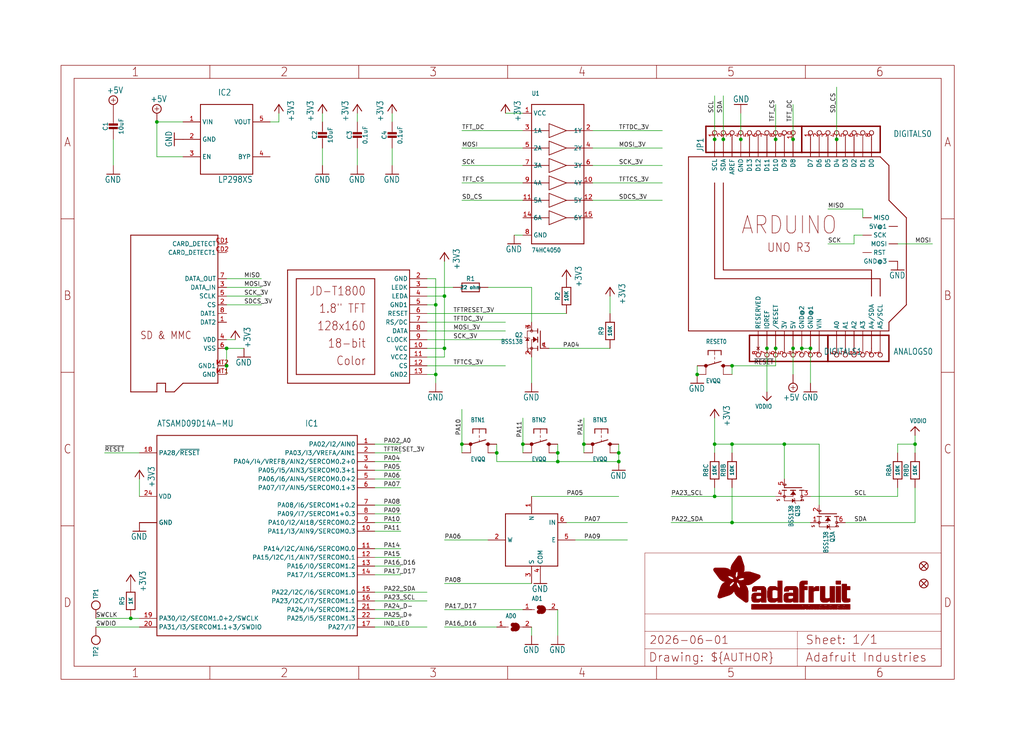
<source format=kicad_sch>
(kicad_sch (version 20230121) (generator eeschema)
  (paper "User" 298.45 217.322)
  (lib_symbols
    (symbol "working-eagle-import:+3V3" (power)
      (property "Value" "+3V3" (at -2.54 -5.08 90))
      (symbol "+3V3_1_0"
        (pin power_in line (at 0 -2.54 90) (length 2.54) (name "+3V3") (number "1"))
      )
    )
    (symbol "working-eagle-import:+5V" (power)
      (property "Value" "+5V" (at -1.905 3.175 0))
      (symbol "+5V_1_0"
        (pin power_in line (at 0 -2.54 90) (length 2.54) (name "+5V") (number "1"))
      )
    )
    (symbol "working-eagle-import:74HC4050DTSSOP"
      (property "Reference" "U" (at -7.62 22.86 0))
      (symbol "74HC4050DTSSOP_1_0"
        (pin bidirectional line (at -10.16 17.78 0) (length 2.54) (name "VCC") (number "1"))
        (pin bidirectional line (at 10.16 -2.54 180) (length 2.54) (name "4Y") (number "10"))
        (pin bidirectional line (at -10.16 -7.62 0) (length 2.54) (name "5A") (number "11"))
        (pin bidirectional line (at 10.16 -7.62 180) (length 2.54) (name "5Y") (number "12"))
        (pin bidirectional line (at -10.16 -12.7 0) (length 2.54) (name "6A") (number "14"))
        (pin bidirectional line (at 10.16 -12.7 180) (length 2.54) (name "6Y") (number "15"))
        (pin bidirectional line (at 10.16 12.7 180) (length 2.54) (name "1Y") (number "2"))
        (pin bidirectional line (at -10.16 12.7 0) (length 2.54) (name "1A") (number "3"))
        (pin bidirectional line (at 10.16 7.62 180) (length 2.54) (name "2Y") (number "4"))
        (pin bidirectional line (at -10.16 7.62 0) (length 2.54) (name "2A") (number "5"))
        (pin bidirectional line (at 10.16 2.54 180) (length 2.54) (name "3Y") (number "6"))
        (pin bidirectional line (at -10.16 2.54 0) (length 2.54) (name "3A") (number "7"))
        (pin bidirectional line (at -10.16 -17.78 0) (length 2.54) (name "GND") (number "8"))
        (pin bidirectional line (at -10.16 -2.54 0) (length 2.54) (name "4A") (number "9"))
      )
    )
    (symbol "working-eagle-import:ARDUINO_R3_ICSP"
      (symbol "ARDUINO_R3_ICSP_1_0"
        (text "ARDUINO" (at 15.24 27.94 0) (effects (font (size 5.08 4.318)) (justify left bottom)))
        (text "UNO R3" (at 22.86 22.86 0) (effects (font (size 2.54 2.159)) (justify left bottom)))
        (pin power_in line (at 27.94 -5.08 90) (length 5.08) (name "3V") (number "3V"))
        (pin power_in line (at 30.48 -5.08 90) (length 5.08) (name "5V") (number "5V"))
        (pin passive line (at 60.96 30.48 180) (length 2.54) (name "5V@1") (number "5V_ICSP"))
        (pin bidirectional line (at 43.18 -5.08 90) (length 5.08) (name "A0") (number "A0"))
        (pin bidirectional line (at 45.72 -5.08 90) (length 5.08) (name "A1") (number "A1"))
        (pin bidirectional line (at 48.26 -5.08 90) (length 5.08) (name "A2") (number "A2"))
        (pin bidirectional line (at 50.8 -5.08 90) (length 5.08) (name "A3") (number "A3"))
        (pin bidirectional line (at 53.34 -5.08 90) (length 5.08) (name "A4/SDA") (number "A4"))
        (pin bidirectional line (at 55.88 -5.08 90) (length 5.08) (name "A5/SCL") (number "A5"))
        (pin bidirectional line (at 12.7 55.88 270) (length 5.08) (name "AREF") (number "AREF"))
        (pin bidirectional line (at 53.34 55.88 270) (length 5.08) (name "D0") (number "D0"))
        (pin bidirectional line (at 50.8 55.88 270) (length 5.08) (name "D1") (number "D1"))
        (pin bidirectional line (at 25.4 55.88 270) (length 5.08) (name "D10") (number "D10"))
        (pin bidirectional line (at 22.86 55.88 270) (length 5.08) (name "D11") (number "D11"))
        (pin bidirectional line (at 20.32 55.88 270) (length 5.08) (name "D12") (number "D12"))
        (pin bidirectional line (at 17.78 55.88 270) (length 5.08) (name "D13") (number "D13"))
        (pin bidirectional line (at 48.26 55.88 270) (length 5.08) (name "D2") (number "D2"))
        (pin bidirectional line (at 45.72 55.88 270) (length 5.08) (name "D3") (number "D3"))
        (pin bidirectional line (at 43.18 55.88 270) (length 5.08) (name "D4") (number "D4"))
        (pin bidirectional line (at 40.64 55.88 270) (length 5.08) (name "D5") (number "D5"))
        (pin bidirectional line (at 38.1 55.88 270) (length 5.08) (name "D6") (number "D6"))
        (pin bidirectional line (at 35.56 55.88 270) (length 5.08) (name "D7") (number "D7"))
        (pin bidirectional line (at 30.48 55.88 270) (length 5.08) (name "D8") (number "D8"))
        (pin bidirectional line (at 27.94 55.88 270) (length 5.08) (name "D9") (number "D9"))
        (pin power_in line (at 15.24 55.88 270) (length 5.08) (name "GND") (number "GND"))
        (pin power_in line (at 33.02 -5.08 90) (length 5.08) (name "GND@2") (number "GND@1"))
        (pin passive line (at 60.96 20.32 180) (length 2.54) (name "GND@3") (number "GND@2"))
        (pin power_in line (at 35.56 -5.08 90) (length 5.08) (name "GND@1") (number "GND@3"))
        (pin output line (at 22.86 -5.08 90) (length 5.08) (name "IOREF") (number "IOREF"))
        (pin passive line (at 50.8 33.02 0) (length 2.54) (name "MISO") (number "MISO"))
        (pin passive line (at 60.96 25.4 180) (length 2.54) (name "MOSI") (number "MOSI"))
        (pin no_connect line (at 20.32 -5.08 90) (length 5.08) (name "RESERVED") (number "RESERVED"))
        (pin bidirectional line (at 25.4 -5.08 90) (length 5.08) (name "/RESET") (number "RESET"))
        (pin passive line (at 50.8 22.86 0) (length 2.54) (name "RST") (number "RESET_ICSP"))
        (pin passive line (at 50.8 27.94 0) (length 2.54) (name "SCK") (number "SCK"))
        (pin bidirectional line (at 7.62 55.88 270) (length 5.08) (name "SCL") (number "SCL"))
        (pin bidirectional line (at 10.16 55.88 270) (length 5.08) (name "SDA") (number "SDA"))
        (pin power_in line (at 38.1 -5.08 90) (length 5.08) (name "VIN") (number "VIN"))
      )
    )
    (symbol "working-eagle-import:ATSAMD09D14A-MU"
      (property "Reference" "IC" (at 12.7 33.02 0))
      (symbol "ATSAMD09D14A-MU_1_0"
        (pin bidirectional line (at 33.02 27.94 180) (length 5.08) (name "PA02/I2/AIN0") (number "1"))
        (pin bidirectional line (at 33.02 2.54 180) (length 5.08) (name "PA11/I3/AIN9/SERCOM0.3") (number "10"))
        (pin bidirectional line (at 33.02 -2.54 180) (length 5.08) (name "PA14/I2C/AIN6/SERCOM0.0") (number "11"))
        (pin bidirectional line (at 33.02 -5.08 180) (length 5.08) (name "PA15/I2C/I1/AIN7/SERCOM0.1") (number "12"))
        (pin bidirectional line (at 33.02 -7.62 180) (length 5.08) (name "PA16/I0/SERCOM1.2") (number "13"))
        (pin bidirectional line (at 33.02 -10.16 180) (length 5.08) (name "PA17/I1/SERCOM1.3") (number "14"))
        (pin bidirectional line (at 33.02 -15.24 180) (length 5.08) (name "PA22/I2C/I6/SERCOM1.0") (number "15"))
        (pin bidirectional line (at 33.02 -17.78 180) (length 5.08) (name "PA23/I2C/I7/SERCOM1.1") (number "16"))
        (pin bidirectional line (at 33.02 -25.4 180) (length 5.08) (name "PA27/I7") (number "17"))
        (pin bidirectional line (at -35.56 25.4 0) (length 5.08) (name "PA28/~{RESET}") (number "18"))
        (pin bidirectional line (at -35.56 -22.86 0) (length 5.08) (name "PA30/I2/SECOM1.0+2/SWCLK") (number "19"))
        (pin bidirectional line (at 33.02 25.4 180) (length 5.08) (name "PA03/I3/VREFA/AIN1") (number "2"))
        (pin bidirectional line (at -35.56 -25.4 0) (length 5.08) (name "PA31/I3/SERCOM1.1+3/SWDIO") (number "20"))
        (pin bidirectional line (at 33.02 -20.32 180) (length 5.08) (name "PA24/I4/SERCOM1.2") (number "21"))
        (pin bidirectional line (at 33.02 -22.86 180) (length 5.08) (name "PA25/I5/SERCOM1.3") (number "22"))
        (pin power_in line (at -35.56 5.08 0) (length 5.08) (name "GND") (number "23"))
        (pin power_in line (at -35.56 12.7 0) (length 5.08) (name "VDD") (number "24"))
        (pin bidirectional line (at 33.02 22.86 180) (length 5.08) (name "PA04/I4/VREFB/AIN2/SERCOM0.2+0") (number "3"))
        (pin bidirectional line (at 33.02 20.32 180) (length 5.08) (name "PA05/I5/AIN3/SERCOM0.3+1") (number "4"))
        (pin bidirectional line (at 33.02 17.78 180) (length 5.08) (name "PA06/I6/AIN4/SERCOM0.0+2") (number "5"))
        (pin bidirectional line (at 33.02 15.24 180) (length 5.08) (name "PA07/I7/AIN5/SERCOM0.1+3") (number "6"))
        (pin bidirectional line (at 33.02 10.16 180) (length 5.08) (name "PA08/I6/SERCOM1+0.2") (number "7"))
        (pin bidirectional line (at 33.02 7.62 180) (length 5.08) (name "PA09/I7/SERCOM1+0.3") (number "8"))
        (pin bidirectional line (at 33.02 5.08 180) (length 5.08) (name "PA10/I2/AI18/SERCOM0.2") (number "9"))
        (pin power_in line (at -35.56 5.08 0) (length 5.08) (name "GND") (number "THERM"))
      )
    )
    (symbol "working-eagle-import:CAP_CERAMIC0805-NOOUTLINE"
      (property "Reference" "C" (at -2.29 1.25 90))
      (symbol "CAP_CERAMIC0805-NOOUTLINE_1_0"
        (pin passive line (at 0 5.08 270) (length 2.54) (name "1") (number "1"))
        (pin passive line (at 0 -2.54 90) (length 2.54) (name "2") (number "2"))
      )
    )
    (symbol "working-eagle-import:DISP_LCD_JDT1800"
      (symbol "DISP_LCD_JDT1800_1_0"
        (text "1.8\" TFT" (at -5.08 5.08 0) (effects (font (size 2.54 2.159)) (justify left bottom)))
        (text "128x160" (at -5.08 0 0) (effects (font (size 2.54 2.159)) (justify left bottom)))
        (text "18-bit" (at -5.08 -5.08 0) (effects (font (size 2.54 2.159)) (justify left bottom)))
        (text "Color" (at -5.08 -10.16 0) (effects (font (size 2.54 2.159)) (justify left bottom)))
        (text "JD-T1800" (at -5.08 10.16 0) (effects (font (size 2.54 2.159)) (justify left bottom)))
        (pin power_in line (at -22.86 -5.08 0) (length 5.08) (name "VCC") (number "10"))
        (pin power_in line (at -22.86 -7.62 0) (length 5.08) (name "VCC2") (number "11"))
        (pin input line (at -22.86 -10.16 0) (length 5.08) (name "CS") (number "12"))
        (pin power_in line (at -22.86 -12.7 0) (length 5.08) (name "GND2") (number "13"))
        (pin power_in line (at -22.86 15.24 0) (length 5.08) (name "GND") (number "2"))
        (pin input line (at -22.86 12.7 0) (length 5.08) (name "LEDK") (number "3"))
        (pin input line (at -22.86 10.16 0) (length 5.08) (name "LEDA") (number "4"))
        (pin power_in line (at -22.86 7.62 0) (length 5.08) (name "GND1") (number "5"))
        (pin input line (at -22.86 5.08 0) (length 5.08) (name "RESET") (number "6"))
        (pin input line (at -22.86 2.54 0) (length 5.08) (name "RS/DC") (number "7"))
        (pin bidirectional line (at -22.86 0 0) (length 5.08) (name "DATA") (number "8"))
        (pin input line (at -22.86 -2.54 0) (length 5.08) (name "CLOCK") (number "9"))
      )
    )
    (symbol "working-eagle-import:FIDUCIAL_1MM")
    (symbol "working-eagle-import:FRAME_A4_ADAFRUIT"
      (symbol "FRAME_A4_ADAFRUIT_1_0"
        (text "${#}/${##}" (at 230.505 10.16 0) (effects (font (size 2.54 2.54)) (justify left bottom)))
        (text "${AUTHOR}" (at 189.23 5.08 0) (effects (font (size 2.286 2.286)) (justify left bottom)))
        (text "${CURRENT_DATE}" (at 171.45 10.16 0) (effects (font (size 2.286 2.286)) (justify left bottom)))
        (text "${PROJECTNAME}" (at 171.45 15.24 0) (effects (font (size 2.54 2.54)) (justify left bottom)))
        (text "1" (at 21.6958 1.905 0) (effects (font (size 2.54 2.286))))
        (text "1" (at 21.6958 177.165 0) (effects (font (size 2.54 2.286))))
        (text "2" (at 65.0875 1.905 0) (effects (font (size 2.54 2.286))))
        (text "2" (at 65.0875 177.165 0) (effects (font (size 2.54 2.286))))
        (text "3" (at 108.4792 1.905 0) (effects (font (size 2.54 2.286))))
        (text "3" (at 108.4792 177.165 0) (effects (font (size 2.54 2.286))))
        (text "4" (at 151.8708 1.905 0) (effects (font (size 2.54 2.286))))
        (text "4" (at 151.8708 177.165 0) (effects (font (size 2.54 2.286))))
        (text "5" (at 195.2625 1.905 0) (effects (font (size 2.54 2.286))))
        (text "5" (at 195.2625 177.165 0) (effects (font (size 2.54 2.286))))
        (text "6" (at 238.6542 1.905 0) (effects (font (size 2.54 2.286))))
        (text "6" (at 238.6542 177.165 0) (effects (font (size 2.54 2.286))))
        (text "A" (at 1.905 156.6863 0) (effects (font (size 2.54 2.286))))
        (text "A" (at 258.445 156.6863 0) (effects (font (size 2.54 2.286))))
        (text "Adafruit Industries" (at 216.916 4.953 0) (effects (font (size 2.54 2.54)) (justify left bottom)))
        (text "B" (at 1.905 111.9188 0) (effects (font (size 2.54 2.286))))
        (text "B" (at 258.445 111.9188 0) (effects (font (size 2.54 2.286))))
        (text "C" (at 1.905 67.1513 0) (effects (font (size 2.54 2.286))))
        (text "C" (at 258.445 67.1513 0) (effects (font (size 2.54 2.286))))
        (text "D" (at 1.905 22.3838 0) (effects (font (size 2.54 2.286))))
        (text "D" (at 258.445 22.3838 0) (effects (font (size 2.54 2.286))))
        (text "Drawing:" (at 171.196 4.953 0) (effects (font (size 2.54 2.54)) (justify left bottom)))
        (text "Sheet:" (at 216.916 10.033 0) (effects (font (size 2.54 2.54)) (justify left bottom)))
      )
    )
    (symbol "working-eagle-import:GND" (power)
      (property "Value" "GND" (at -2.54 -2.54 0))
      (symbol "GND_1_0"
        (pin power_in line (at 0 2.54 270) (length 2.54) (name "GND") (number "1"))
      )
    )
    (symbol "working-eagle-import:HEADER-1X10ROUND"
      (property "Reference" "JP" (at -6.35 13.335 0))
      (symbol "HEADER-1X10ROUND_1_0"
        (pin passive inverted (at -2.54 10.16 0) (length 2.54) (name "1") (number "1"))
        (pin passive inverted (at -2.54 -12.7 0) (length 2.54) (name "10") (number "10"))
        (pin passive inverted (at -2.54 7.62 0) (length 2.54) (name "2") (number "2"))
        (pin passive inverted (at -2.54 5.08 0) (length 2.54) (name "3") (number "3"))
        (pin passive inverted (at -2.54 2.54 0) (length 2.54) (name "4") (number "4"))
        (pin passive inverted (at -2.54 0 0) (length 2.54) (name "5") (number "5"))
        (pin passive inverted (at -2.54 -2.54 0) (length 2.54) (name "6") (number "6"))
        (pin passive inverted (at -2.54 -5.08 0) (length 2.54) (name "7") (number "7"))
        (pin passive inverted (at -2.54 -7.62 0) (length 2.54) (name "8") (number "8"))
        (pin passive inverted (at -2.54 -10.16 0) (length 2.54) (name "9") (number "9"))
      )
    )
    (symbol "working-eagle-import:HEADER-1X6ROUND"
      (property "Reference" "JP" (at -6.35 10.795 0))
      (symbol "HEADER-1X6ROUND_1_0"
        (pin passive inverted (at -2.54 7.62 0) (length 2.54) (name "1") (number "1"))
        (pin passive inverted (at -2.54 5.08 0) (length 2.54) (name "2") (number "2"))
        (pin passive inverted (at -2.54 2.54 0) (length 2.54) (name "3") (number "3"))
        (pin passive inverted (at -2.54 0 0) (length 2.54) (name "4") (number "4"))
        (pin passive inverted (at -2.54 -2.54 0) (length 2.54) (name "5") (number "5"))
        (pin passive inverted (at -2.54 -5.08 0) (length 2.54) (name "6") (number "6"))
      )
    )
    (symbol "working-eagle-import:HEADER-1X8ROUND"
      (property "Reference" "JP" (at -6.35 13.335 0))
      (symbol "HEADER-1X8ROUND_1_0"
        (pin passive inverted (at -2.54 10.16 0) (length 2.54) (name "1") (number "1"))
        (pin passive inverted (at -2.54 7.62 0) (length 2.54) (name "2") (number "2"))
        (pin passive inverted (at -2.54 5.08 0) (length 2.54) (name "3") (number "3"))
        (pin passive inverted (at -2.54 2.54 0) (length 2.54) (name "4") (number "4"))
        (pin passive inverted (at -2.54 0 0) (length 2.54) (name "5") (number "5"))
        (pin passive inverted (at -2.54 -2.54 0) (length 2.54) (name "6") (number "6"))
        (pin passive inverted (at -2.54 -5.08 0) (length 2.54) (name "7") (number "7"))
        (pin passive inverted (at -2.54 -7.62 0) (length 2.54) (name "8") (number "8"))
      )
    )
    (symbol "working-eagle-import:LP298XS"
      (property "Reference" "IC" (at -12.7 -5.08 90))
      (symbol "LP298XS_1_0"
        (pin bidirectional line (at -5.08 -15.24 90) (length 5.08) (name "VIN") (number "1"))
        (pin bidirectional line (at 0 -15.24 90) (length 5.08) (name "GND") (number "2"))
        (pin bidirectional line (at 5.08 -15.24 90) (length 5.08) (name "EN") (number "3"))
        (pin bidirectional line (at 5.08 10.16 270) (length 5.08) (name "BYP") (number "4"))
        (pin bidirectional line (at -5.08 10.16 270) (length 5.08) (name "VOUT") (number "5"))
      )
    )
    (symbol "working-eagle-import:MICROSD"
      (symbol "MICROSD_1_0"
        (text "SD & MMC" (at -7.62 -10.16 0) (effects (font (size 2.1844 1.8567)) (justify left bottom)))
        (pin bidirectional line (at -17.78 -5.08 0) (length 2.54) (name "DAT2") (number "1"))
        (pin input line (at -17.78 0 0) (length 2.54) (name "CS") (number "2"))
        (pin input line (at -17.78 5.08 0) (length 2.54) (name "DATA_IN") (number "3"))
        (pin power_in line (at -17.78 -10.16 0) (length 2.54) (name "VDD") (number "4"))
        (pin input line (at -17.78 2.54 0) (length 2.54) (name "SCLK") (number "5"))
        (pin power_in line (at -17.78 -12.7 0) (length 2.54) (name "VSS") (number "6"))
        (pin output line (at -17.78 7.62 0) (length 2.54) (name "DATA_OUT") (number "7"))
        (pin bidirectional line (at -17.78 -2.54 0) (length 2.54) (name "DAT1") (number "8"))
        (pin passive line (at -17.78 17.78 0) (length 2.54) (name "CARD_DETECT") (number "CD1"))
        (pin passive line (at -17.78 15.24 0) (length 2.54) (name "CARD_DETECT1") (number "CD2"))
        (pin power_in line (at -17.78 -20.32 0) (length 2.54) (name "GND") (number "MT1"))
        (pin power_in line (at -17.78 -17.78 0) (length 2.54) (name "GND1") (number "MT2"))
      )
    )
    (symbol "working-eagle-import:MOSFET-NWIDE"
      (property "Reference" "Q" (at 5.08 0.635 0))
      (symbol "MOSFET-NWIDE_1_0"
        (text "D" (at 3.175 3.175 0) (effects (font (size 0.8128 0.6908)) (justify left bottom)))
        (text "G" (at -1.27 -1.905 0) (effects (font (size 0.8128 0.6908)) (justify left bottom)))
        (text "S" (at 3.175 -3.81 0) (effects (font (size 0.8128 0.6908)) (justify left bottom)))
        (pin bidirectional line (at -2.54 -2.54 0) (length 2.54) (name "G") (number "1"))
        (pin bidirectional line (at 2.54 -5.08 90) (length 2.54) (name "S") (number "2"))
        (pin bidirectional line (at 2.54 5.08 270) (length 2.54) (name "D") (number "3"))
      )
    )
    (symbol "working-eagle-import:MOSFET-N_DUAL"
      (property "Reference" "Q" (at 5.08 0.635 0))
      (symbol "MOSFET-N_DUAL_1_0"
        (text "D" (at 3.175 3.175 0) (effects (font (size 0.8128 0.6908)) (justify left bottom)))
        (text "G" (at -1.27 -1.905 0) (effects (font (size 0.8128 0.6908)) (justify left bottom)))
        (text "S" (at 3.175 -3.81 0) (effects (font (size 0.8128 0.6908)) (justify left bottom)))
        (pin bidirectional line (at 2.54 -5.08 90) (length 2.54) (name "S") (number "1"))
        (pin bidirectional line (at -2.54 -2.54 0) (length 2.54) (name "G") (number "2"))
        (pin bidirectional line (at 2.54 5.08 270) (length 2.54) (name "D") (number "6"))
      )
      (symbol "MOSFET-N_DUAL_2_0"
        (text "D" (at 3.175 3.175 0) (effects (font (size 0.8128 0.6908)) (justify left bottom)))
        (text "G" (at -1.27 -1.905 0) (effects (font (size 0.8128 0.6908)) (justify left bottom)))
        (text "S" (at 3.175 -3.81 0) (effects (font (size 0.8128 0.6908)) (justify left bottom)))
        (pin bidirectional line (at 2.54 5.08 270) (length 2.54) (name "D") (number "3"))
        (pin bidirectional line (at 2.54 -5.08 90) (length 2.54) (name "S") (number "4"))
        (pin bidirectional line (at -2.54 -2.54 0) (length 2.54) (name "G") (number "5"))
      )
    )
    (symbol "working-eagle-import:NAVSWITCHSKQUABAUE010"
      (symbol "NAVSWITCHSKQUABAUE010_1_0"
        (pin bidirectional line (at 0 12.7 270) (length 5.08) (name "N") (number "1"))
        (pin bidirectional line (at -12.7 0 0) (length 5.08) (name "W") (number "2"))
        (pin bidirectional line (at 0 -12.7 90) (length 5.08) (name "S") (number "3"))
        (pin bidirectional line (at 2.54 -10.16 90) (length 2.54) (name "COM") (number "4"))
        (pin bidirectional line (at 12.7 0 180) (length 5.08) (name "E") (number "5"))
        (pin bidirectional line (at 10.16 5.08 180) (length 2.54) (name "IN") (number "6"))
      )
    )
    (symbol "working-eagle-import:RESISTOR0805_NOOUTLINE"
      (property "Reference" "R" (at 0 2.54 0))
      (symbol "RESISTOR0805_NOOUTLINE_1_0"
        (pin passive line (at -5.08 0 0) (length 2.54) (name "1") (number "1"))
        (pin passive line (at 5.08 0 180) (length 2.54) (name "2") (number "2"))
      )
    )
    (symbol "working-eagle-import:RESISTOR_4PACK_NO"
      (property "Reference" "R" (at 0 2.54 0))
      (symbol "RESISTOR_4PACK_NO_1_0"
        (pin passive line (at -5.08 0 0) (length 2.54) (name "1") (number "1"))
        (pin passive line (at 5.08 0 180) (length 2.54) (name "2") (number "8"))
      )
      (symbol "RESISTOR_4PACK_NO_2_0"
        (pin passive line (at -5.08 0 0) (length 2.54) (name "1") (number "2"))
        (pin passive line (at 5.08 0 180) (length 2.54) (name "2") (number "7"))
      )
      (symbol "RESISTOR_4PACK_NO_3_0"
        (pin passive line (at -5.08 0 0) (length 2.54) (name "1") (number "3"))
        (pin passive line (at 5.08 0 180) (length 2.54) (name "2") (number "6"))
      )
      (symbol "RESISTOR_4PACK_NO_4_0"
        (pin passive line (at -5.08 0 0) (length 2.54) (name "1") (number "4"))
        (pin passive line (at 5.08 0 180) (length 2.54) (name "2") (number "5"))
      )
    )
    (symbol "working-eagle-import:SOLDERJUMPER"
      (property "Reference" "SJ" (at -2.54 2.54 0))
      (symbol "SOLDERJUMPER_1_0"
        (pin passive line (at -5.08 0 0) (length 2.54) (name "1") (number "1"))
        (pin passive line (at 5.08 0 180) (length 2.54) (name "2") (number "2"))
      )
    )
    (symbol "working-eagle-import:SWITCH_TACT_SMT_EVQQ2_SMALL"
      (property "Reference" "SW" (at -2.54 6.35 0))
      (symbol "SWITCH_TACT_SMT_EVQQ2_SMALL_1_0"
        (pin passive line (at -5.08 0 0) (length 2.54) (name "P") (number "A"))
        (pin passive line (at -5.08 -2.54 0) (length 2.54) (name "P1") (number "A'"))
        (pin passive line (at 5.08 0 180) (length 2.54) (name "S") (number "B"))
        (pin passive line (at 5.08 -2.54 180) (length 2.54) (name "S1") (number "B'"))
      )
    )
    (symbol "working-eagle-import:TESTPOINTROUND2MM"
      (property "Reference" "TP" (at 0 5.588 90))
      (symbol "TESTPOINTROUND2MM_1_0"
        (pin bidirectional line (at 0 0 90) (length 2.54) (name "P$1") (number "P$1"))
      )
    )
    (symbol "working-eagle-import:VDDIO" (power)
      (property "Value" "VDDIO" (at -1.524 1.016 0))
      (symbol "VDDIO_1_0"
        (pin power_in line (at 0 -2.54 90) (length 2.54) (name "VDDIO") (number "1"))
      )
    )
  )
  (junction (at 213.36 152.4))
  (junction (at 233.68 101.6))
  (junction (at 180.34 134.62))
  (junction (at 129.54 101.6))
  (junction (at 213.36 129.54))
  (junction (at 208.28 144.78))
  (junction (at 231.14 40.64))
  (junction (at 203.2 109.22))
  (junction (at 231.14 101.6))
  (junction (at 134.62 129.54))
  (junction (at 45.72 35.56))
  (junction (at 170.18 129.54))
  (junction (at 213.36 106.68))
  (junction (at 162.56 132.08))
  (junction (at 243.84 40.64))
  (junction (at 236.22 101.6))
  (junction (at 66.04 101.6))
  (junction (at 228.6 129.54))
  (junction (at 38.1 180.34))
  (junction (at 66.04 106.68))
  (junction (at 226.06 101.6))
  (junction (at 210.82 40.64))
  (junction (at 208.28 40.64))
  (junction (at 127 88.9))
  (junction (at 144.78 132.08))
  (junction (at 127 109.22))
  (junction (at 162.56 134.62))
  (junction (at 180.34 132.08))
  (junction (at 215.9 40.64))
  (junction (at 129.54 86.36))
  (junction (at 266.7 129.54))
  (junction (at 152.4 129.54))
  (junction (at 226.06 40.64))
  (junction (at 223.52 101.6))
  (junction (at 208.28 129.54))
  (wire (pts (xy 109.22 152.4) (xy 116.84 152.4)) (stroke (width 0.1524)))
  (wire (pts (xy 266.7 129.54) (xy 266.7 127)) (stroke (width 0.1524)))
  (wire (pts (xy 109.22 139.7) (xy 116.84 139.7)) (stroke (width 0.1524)))
  (wire (pts (xy 154.94 83.82) (xy 154.94 93.98)) (stroke (width 0.1524)))
  (wire (pts (xy 134.62 129.54) (xy 134.62 119.38)) (stroke (width 0.1524)))
  (wire (pts (xy 109.22 129.54) (xy 116.84 129.54)) (stroke (width 0.1524)))
  (wire (pts (xy 76.2 86.36) (xy 66.04 86.36)) (stroke (width 0.1524)))
  (wire (pts (xy 129.54 76.2) (xy 129.54 86.36)) (stroke (width 0.1524)))
  (wire (pts (xy 231.14 109.22) (xy 231.14 101.6)) (stroke (width 0.1524)))
  (wire (pts (xy 124.46 182.88) (xy 109.22 182.88)) (stroke (width 0.1524)))
  (wire (pts (xy 154.94 104.14) (xy 154.94 111.76)) (stroke (width 0.1524)))
  (wire (pts (xy 170.18 129.54) (xy 170.18 132.08)) (stroke (width 0.1524)))
  (wire (pts (xy 134.62 43.18) (xy 152.4 43.18)) (stroke (width 0.1524)))
  (wire (pts (xy 226.06 106.68) (xy 226.06 101.6)) (stroke (width 0.1524)))
  (wire (pts (xy 134.62 53.34) (xy 152.4 53.34)) (stroke (width 0.1524)))
  (wire (pts (xy 172.72 43.18) (xy 193.04 43.18)) (stroke (width 0.1524)))
  (wire (pts (xy 154.94 144.78) (xy 180.34 144.78)) (stroke (width 0.1524)))
  (wire (pts (xy 134.62 129.54) (xy 134.62 132.08)) (stroke (width 0.1524)))
  (wire (pts (xy 180.34 134.62) (xy 180.34 132.08)) (stroke (width 0.1524)))
  (wire (pts (xy 172.72 38.1) (xy 193.04 38.1)) (stroke (width 0.1524)))
  (wire (pts (xy 165.1 152.4) (xy 182.88 152.4)) (stroke (width 0.1524)))
  (wire (pts (xy 129.54 104.14) (xy 129.54 101.6)) (stroke (width 0.1524)))
  (wire (pts (xy 109.22 172.72) (xy 124.46 172.72)) (stroke (width 0.1524)))
  (wire (pts (xy 127 81.28) (xy 124.46 81.28)) (stroke (width 0.1524)))
  (wire (pts (xy 165.1 91.44) (xy 124.46 91.44)) (stroke (width 0.1524)))
  (wire (pts (xy 236.22 152.4) (xy 213.36 152.4)) (stroke (width 0.1524)))
  (wire (pts (xy 162.56 177.8) (xy 162.56 185.42)) (stroke (width 0.1524)))
  (wire (pts (xy 109.22 175.26) (xy 124.46 175.26)) (stroke (width 0.1524)))
  (wire (pts (xy 129.54 101.6) (xy 129.54 86.36)) (stroke (width 0.1524)))
  (wire (pts (xy 203.2 106.68) (xy 203.2 109.22)) (stroke (width 0.1524)))
  (wire (pts (xy 116.84 142.24) (xy 109.22 142.24)) (stroke (width 0.1524)))
  (wire (pts (xy 116.84 154.94) (xy 109.22 154.94)) (stroke (width 0.1524)))
  (wire (pts (xy 236.22 144.78) (xy 261.62 144.78)) (stroke (width 0.1524)))
  (wire (pts (xy 162.56 134.62) (xy 180.34 134.62)) (stroke (width 0.1524)))
  (wire (pts (xy 40.64 139.7) (xy 40.64 144.78)) (stroke (width 0.1524)))
  (wire (pts (xy 266.7 132.08) (xy 266.7 129.54)) (stroke (width 0.1524)))
  (wire (pts (xy 142.24 157.48) (xy 129.54 157.48)) (stroke (width 0.1524)))
  (wire (pts (xy 248.92 68.58) (xy 248.92 71.12)) (stroke (width 0.1524)))
  (wire (pts (xy 147.32 99.06) (xy 124.46 99.06)) (stroke (width 0.1524)))
  (wire (pts (xy 114.3 48.26) (xy 114.3 43.18)) (stroke (width 0.1524)))
  (wire (pts (xy 116.84 137.16) (xy 109.22 137.16)) (stroke (width 0.1524)))
  (wire (pts (xy 93.98 48.26) (xy 93.98 43.18)) (stroke (width 0.1524)))
  (wire (pts (xy 170.18 121.92) (xy 170.18 129.54)) (stroke (width 0.1524)))
  (wire (pts (xy 38.1 180.34) (xy 40.64 180.34)) (stroke (width 0.1524)))
  (wire (pts (xy 129.54 104.14) (xy 124.46 104.14)) (stroke (width 0.1524)))
  (wire (pts (xy 154.94 182.88) (xy 154.94 185.42)) (stroke (width 0.1524)))
  (wire (pts (xy 116.84 132.08) (xy 109.22 132.08)) (stroke (width 0.1524)))
  (wire (pts (xy 109.22 177.8) (xy 116.84 177.8)) (stroke (width 0.1524)))
  (wire (pts (xy 45.72 35.56) (xy 53.34 35.56)) (stroke (width 0.1524)))
  (wire (pts (xy 144.78 134.62) (xy 162.56 134.62)) (stroke (width 0.1524)))
  (wire (pts (xy 162.56 134.62) (xy 162.56 132.08)) (stroke (width 0.1524)))
  (wire (pts (xy 142.24 83.82) (xy 154.94 83.82)) (stroke (width 0.1524)))
  (wire (pts (xy 223.52 114.3) (xy 223.52 101.6)) (stroke (width 0.1524)))
  (wire (pts (xy 116.84 162.56) (xy 109.22 162.56)) (stroke (width 0.1524)))
  (wire (pts (xy 93.98 33.02) (xy 93.98 35.56)) (stroke (width 0.1524)))
  (wire (pts (xy 152.4 48.26) (xy 134.62 48.26)) (stroke (width 0.1524)))
  (wire (pts (xy 248.92 71.12) (xy 241.3 71.12)) (stroke (width 0.1524)))
  (wire (pts (xy 243.84 40.64) (xy 243.84 25.4)) (stroke (width 0.1524)))
  (wire (pts (xy 114.3 33.02) (xy 114.3 35.56)) (stroke (width 0.1524)))
  (wire (pts (xy 40.64 182.88) (xy 27.94 182.88)) (stroke (width 0.1524)))
  (wire (pts (xy 66.04 109.22) (xy 66.04 106.68)) (stroke (width 0.1524)))
  (wire (pts (xy 228.6 139.7) (xy 228.6 129.54)) (stroke (width 0.1524)))
  (wire (pts (xy 116.84 167.64) (xy 109.22 167.64)) (stroke (width 0.1524)))
  (wire (pts (xy 71.12 101.6) (xy 66.04 101.6)) (stroke (width 0.1524)))
  (wire (pts (xy 40.64 132.08) (xy 30.48 132.08)) (stroke (width 0.1524)))
  (wire (pts (xy 33.02 40.64) (xy 33.02 48.26)) (stroke (width 0.1524)))
  (wire (pts (xy 109.22 165.1) (xy 116.84 165.1)) (stroke (width 0.1524)))
  (wire (pts (xy 129.54 177.8) (xy 152.4 177.8)) (stroke (width 0.1524)))
  (wire (pts (xy 147.32 93.98) (xy 124.46 93.98)) (stroke (width 0.1524)))
  (wire (pts (xy 213.36 152.4) (xy 195.58 152.4)) (stroke (width 0.1524)))
  (wire (pts (xy 208.28 27.94) (xy 208.28 40.64)) (stroke (width 0.1524)))
  (wire (pts (xy 261.62 144.78) (xy 261.62 142.24)) (stroke (width 0.1524)))
  (wire (pts (xy 27.94 180.34) (xy 38.1 180.34)) (stroke (width 0.1524)))
  (wire (pts (xy 172.72 48.26) (xy 193.04 48.26)) (stroke (width 0.1524)))
  (wire (pts (xy 208.28 144.78) (xy 226.06 144.78)) (stroke (width 0.1524)))
  (wire (pts (xy 210.82 40.64) (xy 210.82 27.94)) (stroke (width 0.1524)))
  (wire (pts (xy 172.72 58.42) (xy 193.04 58.42)) (stroke (width 0.1524)))
  (wire (pts (xy 228.6 129.54) (xy 238.76 129.54)) (stroke (width 0.1524)))
  (wire (pts (xy 213.36 129.54) (xy 228.6 129.54)) (stroke (width 0.1524)))
  (wire (pts (xy 231.14 40.64) (xy 231.14 30.48)) (stroke (width 0.1524)))
  (wire (pts (xy 154.94 170.18) (xy 129.54 170.18)) (stroke (width 0.1524)))
  (wire (pts (xy 162.56 132.08) (xy 162.56 129.54)) (stroke (width 0.1524)))
  (wire (pts (xy 266.7 152.4) (xy 266.7 142.24)) (stroke (width 0.1524)))
  (wire (pts (xy 208.28 144.78) (xy 208.28 142.24)) (stroke (width 0.1524)))
  (wire (pts (xy 66.04 106.68) (xy 66.04 101.6)) (stroke (width 0.1524)))
  (wire (pts (xy 45.72 45.72) (xy 45.72 35.56)) (stroke (width 0.1524)))
  (wire (pts (xy 261.62 71.12) (xy 271.78 71.12)) (stroke (width 0.1524)))
  (wire (pts (xy 129.54 86.36) (xy 124.46 86.36)) (stroke (width 0.1524)))
  (wire (pts (xy 236.22 111.76) (xy 236.22 101.6)) (stroke (width 0.1524)))
  (wire (pts (xy 104.14 48.26) (xy 104.14 43.18)) (stroke (width 0.1524)))
  (wire (pts (xy 251.46 60.96) (xy 241.3 60.96)) (stroke (width 0.1524)))
  (wire (pts (xy 167.64 157.48) (xy 182.88 157.48)) (stroke (width 0.1524)))
  (wire (pts (xy 233.68 101.6) (xy 236.22 101.6)) (stroke (width 0.1524)))
  (wire (pts (xy 261.62 129.54) (xy 266.7 129.54)) (stroke (width 0.1524)))
  (wire (pts (xy 251.46 63.5) (xy 251.46 60.96)) (stroke (width 0.1524)))
  (wire (pts (xy 127 111.76) (xy 127 109.22)) (stroke (width 0.1524)))
  (wire (pts (xy 147.32 96.52) (xy 124.46 96.52)) (stroke (width 0.1524)))
  (wire (pts (xy 129.54 101.6) (xy 124.46 101.6)) (stroke (width 0.1524)))
  (wire (pts (xy 251.46 68.58) (xy 248.92 68.58)) (stroke (width 0.1524)))
  (wire (pts (xy 152.4 129.54) (xy 152.4 132.08)) (stroke (width 0.1524)))
  (wire (pts (xy 208.28 121.92) (xy 208.28 129.54)) (stroke (width 0.1524)))
  (wire (pts (xy 127 88.9) (xy 124.46 88.9)) (stroke (width 0.1524)))
  (wire (pts (xy 129.54 182.88) (xy 144.78 182.88)) (stroke (width 0.1524)))
  (wire (pts (xy 147.32 33.02) (xy 152.4 33.02)) (stroke (width 0.1524)))
  (wire (pts (xy 246.38 152.4) (xy 266.7 152.4)) (stroke (width 0.1524)))
  (wire (pts (xy 208.28 129.54) (xy 213.36 129.54)) (stroke (width 0.1524)))
  (wire (pts (xy 213.36 132.08) (xy 213.36 129.54)) (stroke (width 0.1524)))
  (wire (pts (xy 66.04 81.28) (xy 76.2 81.28)) (stroke (width 0.1524)))
  (wire (pts (xy 261.62 132.08) (xy 261.62 129.54)) (stroke (width 0.1524)))
  (wire (pts (xy 144.78 129.54) (xy 144.78 132.08)) (stroke (width 0.1524)))
  (wire (pts (xy 116.84 149.86) (xy 109.22 149.86)) (stroke (width 0.1524)))
  (wire (pts (xy 177.8 86.36) (xy 177.8 91.44)) (stroke (width 0.1524)))
  (wire (pts (xy 213.36 109.22) (xy 213.36 106.68)) (stroke (width 0.1524)))
  (wire (pts (xy 215.9 33.02) (xy 215.9 40.64)) (stroke (width 0.1524)))
  (wire (pts (xy 124.46 83.82) (xy 132.08 83.82)) (stroke (width 0.1524)))
  (wire (pts (xy 81.28 33.02) (xy 81.28 35.56)) (stroke (width 0.1524)))
  (wire (pts (xy 53.34 45.72) (xy 45.72 45.72)) (stroke (width 0.1524)))
  (wire (pts (xy 152.4 38.1) (xy 134.62 38.1)) (stroke (width 0.1524)))
  (wire (pts (xy 109.22 147.32) (xy 116.84 147.32)) (stroke (width 0.1524)))
  (wire (pts (xy 109.22 134.62) (xy 116.84 134.62)) (stroke (width 0.1524)))
  (wire (pts (xy 213.36 106.68) (xy 226.06 106.68)) (stroke (width 0.1524)))
  (wire (pts (xy 147.32 106.68) (xy 124.46 106.68)) (stroke (width 0.1524)))
  (wire (pts (xy 127 109.22) (xy 124.46 109.22)) (stroke (width 0.1524)))
  (wire (pts (xy 144.78 132.08) (xy 144.78 134.62)) (stroke (width 0.1524)))
  (wire (pts (xy 208.28 129.54) (xy 208.28 132.08)) (stroke (width 0.1524)))
  (wire (pts (xy 193.04 53.34) (xy 172.72 53.34)) (stroke (width 0.1524)))
  (wire (pts (xy 180.34 132.08) (xy 180.34 129.54)) (stroke (width 0.1524)))
  (wire (pts (xy 208.28 144.78) (xy 195.58 144.78)) (stroke (width 0.1524)))
  (wire (pts (xy 238.76 147.32) (xy 238.76 129.54)) (stroke (width 0.1524)))
  (wire (pts (xy 109.22 160.02) (xy 116.84 160.02)) (stroke (width 0.1524)))
  (wire (pts (xy 104.14 33.02) (xy 104.14 35.56)) (stroke (width 0.1524)))
  (wire (pts (xy 160.02 101.6) (xy 177.8 101.6)) (stroke (width 0.1524)))
  (wire (pts (xy 116.84 180.34) (xy 109.22 180.34)) (stroke (width 0.1524)))
  (wire (pts (xy 81.28 35.56) (xy 78.74 35.56)) (stroke (width 0.1524)))
  (wire (pts (xy 76.2 83.82) (xy 66.04 83.82)) (stroke (width 0.1524)))
  (wire (pts (xy 127 81.28) (xy 127 88.9)) (stroke (width 0.1524)))
  (wire (pts (xy 226.06 40.64) (xy 226.06 30.48)) (stroke (width 0.1524)))
  (wire (pts (xy 127 88.9) (xy 127 109.22)) (stroke (width 0.1524)))
  (wire (pts (xy 213.36 152.4) (xy 213.36 142.24)) (stroke (width 0.1524)))
  (wire (pts (xy 152.4 121.92) (xy 152.4 129.54)) (stroke (width 0.1524)))
  (wire (pts (xy 76.2 88.9) (xy 66.04 88.9)) (stroke (width 0.1524)))
  (wire (pts (xy 68.58 99.06) (xy 66.04 99.06)) (stroke (width 0.1524)))
  (wire (pts (xy 152.4 58.42) (xy 134.62 58.42)) (stroke (width 0.1524)))
  (wire (pts (xy 149.86 68.58) (xy 152.4 68.58)) (stroke (width 0.1524)))
  (label "PA22_SDA" (at 111.76 172.72 0) (effects (font (size 1.2446 1.2446))))
  (label "PA06" (at 111.76 139.7 0) (effects (font (size 1.2446 1.2446))))
  (label "TFTCS_3V" (at 132.08 106.68 0) (effects (font (size 1.2446 1.2446))))
  (label "SCL" (at 248.92 144.78 0) (effects (font (size 1.2446 1.2446))))
  (label "PA06" (at 129.54 157.48 0) (effects (font (size 1.2446 1.2446))))
  (label "SWDIO" (at 27.94 182.88 0) (effects (font (size 1.2446 1.2446))))
  (label "PA17_D17" (at 129.54 177.8 0) (effects (font (size 1.2446 1.2446))))
  (label "SCK" (at 134.62 48.26 0) (effects (font (size 1.2446 1.2446))))
  (label "PA05" (at 165.1 144.78 0) (effects (font (size 1.2446 1.2446))))
  (label "SCK_3V" (at 71.12 86.36 0) (effects (font (size 1.2446 1.2446))))
  (label "PA16_D16" (at 111.76 165.1 0) (effects (font (size 1.2446 1.2446))))
  (label "MOSI_3V" (at 180.34 43.18 0) (effects (font (size 1.2446 1.2446))))
  (label "SCL" (at 208.28 33.02 90) (effects (font (size 1.2446 1.2446))))
  (label "SD_CS" (at 134.62 58.42 0) (effects (font (size 1.2446 1.2446))))
  (label "PA23_SCL" (at 195.58 144.78 0) (effects (font (size 1.2446 1.2446))))
  (label "TFTRESET_3V" (at 132.08 91.44 0) (effects (font (size 1.2446 1.2446))))
  (label "SDA" (at 210.82 33.02 90) (effects (font (size 1.2446 1.2446))))
  (label "PA08" (at 111.76 147.32 0) (effects (font (size 1.2446 1.2446))))
  (label "MOSI" (at 134.62 43.18 0) (effects (font (size 1.2446 1.2446))))
  (label "PA07" (at 111.76 142.24 0) (effects (font (size 1.2446 1.2446))))
  (label "PA10" (at 134.62 127 90) (effects (font (size 1.2446 1.2446))))
  (label "TFT_DC" (at 134.62 38.1 0) (effects (font (size 1.2446 1.2446))))
  (label "TFTDC_3V" (at 180.34 38.1 0) (effects (font (size 1.2446 1.2446))))
  (label "PA24_D-" (at 111.76 177.8 0) (effects (font (size 1.2446 1.2446))))
  (label "MOSI_3V" (at 132.08 96.52 0) (effects (font (size 1.2446 1.2446))))
  (label "TFTDC_3V" (at 132.08 93.98 0) (effects (font (size 1.2446 1.2446))))
  (label "PA10" (at 111.76 152.4 0) (effects (font (size 1.2446 1.2446))))
  (label "SDCS_3V" (at 180.34 58.42 0) (effects (font (size 1.2446 1.2446))))
  (label "PA09" (at 170.18 157.48 0) (effects (font (size 1.2446 1.2446))))
  (label "SD_CS" (at 243.84 33.02 90) (effects (font (size 1.2446 1.2446))))
  (label "~{RESET}" (at 30.48 132.08 0) (effects (font (size 1.2446 1.2446))))
  (label "PA16_D16" (at 129.54 182.88 0) (effects (font (size 1.2446 1.2446))))
  (label "PA02_A0" (at 111.76 129.54 0) (effects (font (size 1.2446 1.2446))))
  (label "PA04" (at 168.91 101.6 180) (effects (font (size 1.2446 1.2446))))
  (label "PA14" (at 111.76 160.02 0) (effects (font (size 1.2446 1.2446))))
  (label "TFTRESET_3V" (at 111.76 132.08 0) (effects (font (size 1.2446 1.2446))))
  (label "PA23_SCL" (at 111.76 175.26 0) (effects (font (size 1.2446 1.2446))))
  (label "MISO" (at 241.3 60.96 0) (effects (font (size 1.2446 1.2446))))
  (label "PA15" (at 111.76 162.56 0) (effects (font (size 1.2446 1.2446))))
  (label "SCK" (at 241.3 71.12 0) (effects (font (size 1.2446 1.2446))))
  (label "MOSI" (at 266.7 71.12 0) (effects (font (size 1.2446 1.2446))))
  (label "PA09" (at 111.76 149.86 0) (effects (font (size 1.2446 1.2446))))
  (label "PA11" (at 111.76 154.94 0) (effects (font (size 1.2446 1.2446))))
  (label "PA25_D+" (at 111.76 180.34 0) (effects (font (size 1.2446 1.2446))))
  (label "TFTCS_3V" (at 180.34 53.34 0) (effects (font (size 1.2446 1.2446))))
  (label "TFT_CS" (at 226.06 35.56 90) (effects (font (size 1.2446 1.2446))))
  (label "SWCLK" (at 27.94 180.34 0) (effects (font (size 1.2446 1.2446))))
  (label "SDCS_3V" (at 71.12 88.9 0) (effects (font (size 1.2446 1.2446))))
  (label "PA17_D17" (at 111.76 167.64 0) (effects (font (size 1.2446 1.2446))))
  (label "SDA" (at 248.92 152.4 0) (effects (font (size 1.2446 1.2446))))
  (label "PA08" (at 129.54 170.18 0) (effects (font (size 1.2446 1.2446))))
  (label "PA11" (at 152.4 127.635 90) (effects (font (size 1.2446 1.2446))))
  (label "TFT_DC" (at 231.14 35.56 90) (effects (font (size 1.2446 1.2446))))
  (label "PA22_SDA" (at 195.58 152.4 0) (effects (font (size 1.2446 1.2446))))
  (label "TFT_CS" (at 134.62 53.34 0) (effects (font (size 1.2446 1.2446))))
  (label "PA04" (at 111.76 134.62 0) (effects (font (size 1.2446 1.2446))))
  (label "SCK_3V" (at 180.34 48.26 0) (effects (font (size 1.2446 1.2446))))
  (label "IND_LED" (at 111.76 182.88 0) (effects (font (size 1.2446 1.2446))))
  (label "PA07" (at 170.18 152.4 0) (effects (font (size 1.2446 1.2446))))
  (label "MOSI_3V" (at 71.12 83.82 0) (effects (font (size 1.2446 1.2446))))
  (label "SCK_3V" (at 132.08 99.06 0) (effects (font (size 1.2446 1.2446))))
  (label "PA05" (at 111.76 137.16 0) (effects (font (size 1.2446 1.2446))))
  (label "~{RESET}" (at 219.71 106.68 0) (effects (font (size 1.2446 1.2446))))
  (label "MISO" (at 71.12 81.28 0) (effects (font (size 1.2446 1.2446))))
  (label "PA14" (at 170.18 127 90) (effects (font (size 1.2446 1.2446))))
  (symbol (lib_id "working-eagle-import:TESTPOINTROUND2MM") (at 27.94 180.34 0) (unit 1)
    (property "Reference" "TP1" (at 27.94 174.752 90) (effects (font (size 1.27 1.0795)) (justify left)))
    (property "Value" "TESTPOINTROUND2MM" (effects hide))
    (property "Footprint" "working:TESTPOINT_ROUND_2MM" (effects hide))
  )
  (symbol (lib_id "working-eagle-import:MOSFET-N_DUAL") (at 241.3 149.86 270) (unit 1)
    (property "Reference" "Q3" (at 241.935 154.94 0) (effects (font (size 1.27 1.0795)) (justify left bottom)))
    (property "Value" "BSS138" (at 240.03 154.94 0) (effects (font (size 1.27 1.0795)) (justify left bottom)))
    (property "Footprint" "working:SOT363" (effects hide))
  )
  (symbol (lib_id "working-eagle-import:SWITCH_TACT_SMT_EVQQ2_SMALL") (at 208.28 106.68 0) (unit 1)
    (property "Reference" "RESET0" (at 205.74 100.33 0) (effects (font (size 1.27 1.0795)) (justify left bottom)))
    (property "Value" "EVQQ" (at 205.74 111.76 0) (effects (font (size 1.27 1.0795)) (justify left bottom)))
    (property "Footprint" "working:EVQ-Q2_SMALLER" (effects hide))
  )
  (symbol (lib_id "working-eagle-import:GND") (at 127 114.3 0) (unit 1)
    (property "Reference" "#GND2" (effects hide))
    (property "Value" "GND" (at 124.46 116.84 0) (effects (font (size 1.778 1.5113)) (justify left bottom)))
  )
  (symbol (lib_id "working-eagle-import:+3V3") (at 104.14 30.48 0) (unit 1)
    (property "Reference" "#+3V7" (effects hide))
    (property "Value" "+3V3" (at 101.6 35.56 90) (effects (font (size 1.778 1.5113)) (justify left bottom)))
  )
  (symbol (lib_id "working-eagle-import:+3V3") (at 38.1 167.64 0) (mirror y) (unit 1)
    (property "Reference" "#+3V12" (effects hide))
    (property "Value" "+3V3" (at 40.64 172.72 90) (effects (font (size 1.778 1.5113)) (justify left bottom)))
  )
  (symbol (lib_id "working-eagle-import:+3V3") (at 129.54 73.66 0) (mirror y) (unit 1)
    (property "Reference" "#+3V1" (effects hide))
    (property "Value" "+3V3" (at 132.08 78.74 90) (effects (font (size 1.778 1.5113)) (justify left bottom)))
  )
  (symbol (lib_id "working-eagle-import:SWITCH_TACT_SMT_EVQQ2_SMALL") (at 139.7 129.54 0) (unit 1)
    (property "Reference" "BTN1" (at 137.16 123.19 0) (effects (font (size 1.27 1.0795)) (justify left bottom)))
    (property "Value" "EVQQ" (at 137.16 134.62 0) (effects (font (size 1.27 1.0795)) (justify left bottom)))
    (property "Footprint" "working:EVQ-Q2_SMALLER" (effects hide))
  )
  (symbol (lib_id "working-eagle-import:MOSFET-NWIDE") (at 157.48 99.06 0) (mirror y) (unit 1)
    (property "Reference" "Q2" (at 152.4 98.425 0) (effects (font (size 1.27 1.0795)) (justify left bottom)))
    (property "Value" "BSS138" (at 152.4 100.33 0) (effects (font (size 1.27 1.0795)) (justify left bottom)))
    (property "Footprint" "working:SOT23-WIDE" (effects hide))
  )
  (symbol (lib_id "working-eagle-import:+3V3") (at 114.3 30.48 0) (unit 1)
    (property "Reference" "#+3V8" (effects hide))
    (property "Value" "+3V3" (at 111.76 35.56 90) (effects (font (size 1.778 1.5113)) (justify left bottom)))
  )
  (symbol (lib_id "working-eagle-import:+5V") (at 33.02 30.48 0) (unit 1)
    (property "Reference" "#SUPPLY3" (effects hide))
    (property "Value" "+5V" (at 31.115 27.305 0) (effects (font (size 1.778 1.5113)) (justify left bottom)))
  )
  (symbol (lib_id "working-eagle-import:CAP_CERAMIC0805-NOOUTLINE") (at 104.14 40.64 0) (unit 1)
    (property "Reference" "C3" (at 101.85 39.39 90))
    (property "Value" "0.1uF" (at 106.44 39.39 90))
    (property "Footprint" "working:0805-NO" (effects hide))
  )
  (symbol (lib_id "working-eagle-import:GND") (at 33.02 50.8 0) (unit 1)
    (property "Reference" "#GND12" (effects hide))
    (property "Value" "GND" (at 30.48 53.34 0) (effects (font (size 1.778 1.5113)) (justify left bottom)))
  )
  (symbol (lib_id "working-eagle-import:VDDIO") (at 266.7 124.46 0) (unit 1)
    (property "Reference" "#U$6" (effects hide))
    (property "Value" "VDDIO" (at 265.176 123.444 0) (effects (font (size 1.27 1.0795)) (justify left bottom)))
  )
  (symbol (lib_id "working-eagle-import:GND") (at 162.56 187.96 0) (unit 1)
    (property "Reference" "#GND21" (effects hide))
    (property "Value" "GND" (at 160.02 190.5 0) (effects (font (size 1.778 1.5113)) (justify left bottom)))
  )
  (symbol (lib_id "working-eagle-import:RESISTOR_4PACK_NO") (at 213.36 137.16 90) (unit 2)
    (property "Reference" "R8" (at 210.82 137.16 0))
    (property "Value" "10K" (at 213.36 137.16 0) (effects (font (size 1.016 1.016) bold)))
    (property "Footprint" "working:RESPACK_4X0603_NO" (effects hide))
  )
  (symbol (lib_id "working-eagle-import:74HC4050DTSSOP") (at 162.56 50.8 0) (unit 1)
    (property "Reference" "U1" (at 154.94 27.94 0) (effects (font (size 1.27 1.0795)) (justify left bottom)))
    (property "Value" "74HC4050" (at 154.94 73.66 0) (effects (font (size 1.27 1.0795)) (justify left bottom)))
    (property "Footprint" "working:TSSOP16" (effects hide))
  )
  (symbol (lib_id "working-eagle-import:VDDIO") (at 223.52 116.84 180) (unit 1)
    (property "Reference" "#U$4" (effects hide))
    (property "Value" "VDDIO" (at 225.044 117.856 0) (effects (font (size 1.27 1.0795)) (justify left bottom)))
  )
  (symbol (lib_id "working-eagle-import:RESISTOR0805_NOOUTLINE") (at 137.16 83.82 0) (unit 1)
    (property "Reference" "R1" (at 137.16 81.28 0))
    (property "Value" "22 ohm" (at 137.16 83.82 0) (effects (font (size 1.016 1.016) bold)))
    (property "Footprint" "working:0805-NO" (effects hide))
  )
  (symbol (lib_id "working-eagle-import:GND") (at 93.98 50.8 0) (unit 1)
    (property "Reference" "#GND11" (effects hide))
    (property "Value" "GND" (at 91.44 53.34 0) (effects (font (size 1.778 1.5113)) (justify left bottom)))
  )
  (symbol (lib_id "working-eagle-import:GND") (at 215.9 30.48 180) (unit 1)
    (property "Reference" "#GND7" (effects hide))
    (property "Value" "GND" (at 218.44 27.94 0) (effects (font (size 1.778 1.5113)) (justify left bottom)))
  )
  (symbol (lib_id "working-eagle-import:SOLDERJUMPER") (at 157.48 177.8 0) (unit 1)
    (property "Reference" "AD1" (at 154.94 175.26 0) (effects (font (size 1.27 1.0795)) (justify left bottom)))
    (property "Value" "SOLDERJUMPER" (effects hide))
    (property "Footprint" "working:SOLDERJUMPER_ARROW_NOPASTE" (effects hide))
  )
  (symbol (lib_id "working-eagle-import:MICROSD") (at 48.26 88.9 0) (mirror y) (unit 1)
    (property "Reference" "U$3" (effects hide))
    (property "Value" "MICROSD" (effects hide))
    (property "Footprint" "working:MICROSD" (effects hide))
  )
  (symbol (lib_id "working-eagle-import:GND") (at 154.94 187.96 0) (unit 1)
    (property "Reference" "#GND20" (effects hide))
    (property "Value" "GND" (at 152.4 190.5 0) (effects (font (size 1.778 1.5113)) (justify left bottom)))
  )
  (symbol (lib_id "working-eagle-import:GND") (at 154.94 114.3 0) (unit 1)
    (property "Reference" "#GND5" (effects hide))
    (property "Value" "GND" (at 152.4 116.84 0) (effects (font (size 1.778 1.5113)) (justify left bottom)))
  )
  (symbol (lib_id "working-eagle-import:GND") (at 149.86 71.12 0) (unit 1)
    (property "Reference" "#GND16" (effects hide))
    (property "Value" "GND" (at 147.32 73.66 0) (effects (font (size 1.778 1.5113)) (justify left bottom)))
  )
  (symbol (lib_id "working-eagle-import:ATSAMD09D14A-MU") (at 76.2 157.48 0) (unit 1)
    (property "Reference" "IC1" (at 88.9 124.46 0) (effects (font (size 1.778 1.5113)) (justify left bottom)))
    (property "Value" "ATSAMD09D14A-MU" (at 45.72 124.46 0) (effects (font (size 1.778 1.5113)) (justify left bottom)))
    (property "Footprint" "working:QFN24_4MM" (effects hide))
  )
  (symbol (lib_id "working-eagle-import:RESISTOR_4PACK_NO") (at 208.28 137.16 90) (unit 3)
    (property "Reference" "R8" (at 205.74 137.16 0))
    (property "Value" "10K" (at 208.28 137.16 0) (effects (font (size 1.016 1.016) bold)))
    (property "Footprint" "working:RESPACK_4X0603_NO" (effects hide))
  )
  (symbol (lib_id "working-eagle-import:RESISTOR0805_NOOUTLINE") (at 177.8 96.52 90) (unit 1)
    (property "Reference" "R9" (at 175.26 96.52 0))
    (property "Value" "10K" (at 177.8 96.52 0) (effects (font (size 1.016 1.016) bold)))
    (property "Footprint" "working:0805-NO" (effects hide))
  )
  (symbol (lib_id "working-eagle-import:GND") (at 40.64 154.94 0) (unit 1)
    (property "Reference" "#GND18" (effects hide))
    (property "Value" "GND" (at 38.1 157.48 0) (effects (font (size 1.778 1.5113)) (justify left bottom)))
  )
  (symbol (lib_id "working-eagle-import:+3V3") (at 147.32 30.48 0) (mirror y) (unit 1)
    (property "Reference" "#+3V10" (effects hide))
    (property "Value" "+3V3" (at 149.86 35.56 90) (effects (font (size 1.778 1.5113)) (justify left bottom)))
  )
  (symbol (lib_id "working-eagle-import:+3V3") (at 177.8 83.82 0) (mirror y) (unit 1)
    (property "Reference" "#+3V9" (effects hide))
    (property "Value" "+3V3" (at 180.34 88.9 90) (effects (font (size 1.778 1.5113)) (justify left bottom)))
  )
  (symbol (lib_id "working-eagle-import:+3V3") (at 93.98 30.48 0) (unit 1)
    (property "Reference" "#+3V6" (effects hide))
    (property "Value" "+3V3" (at 91.44 35.56 90) (effects (font (size 1.778 1.5113)) (justify left bottom)))
  )
  (symbol (lib_id "working-eagle-import:DISP_LCD_JDT1800") (at 101.6 96.52 0) (mirror y) (unit 1)
    (property "Reference" "U$1" (effects hide))
    (property "Value" "DISP_LCD_JDT1800" (effects hide))
    (property "Footprint" "working:JD-T1800" (effects hide))
  )
  (symbol (lib_id "working-eagle-import:FIDUCIAL_1MM") (at 269.24 165.1 0) (unit 1)
    (property "Reference" "FID1" (effects hide))
    (property "Value" "FIDUCIAL_1MM" (effects hide))
    (property "Footprint" "working:FIDUCIAL_1MM" (effects hide))
  )
  (symbol (lib_id "working-eagle-import:NAVSWITCHSKQUABAUE010") (at 154.94 157.48 0) (unit 1)
    (property "Reference" "SW1" (effects hide))
    (property "Value" "NAVSWITCHSKQUABAUE010" (effects hide))
    (property "Footprint" "working:SKQUBAE010" (effects hide))
  )
  (symbol (lib_id "working-eagle-import:RESISTOR0805_NOOUTLINE") (at 165.1 86.36 90) (unit 1)
    (property "Reference" "R2" (at 162.56 86.36 0))
    (property "Value" "10K" (at 165.1 86.36 0) (effects (font (size 1.016 1.016) bold)))
    (property "Footprint" "working:0805-NO" (effects hide))
  )
  (symbol (lib_id "working-eagle-import:SOLDERJUMPER") (at 149.86 182.88 0) (unit 1)
    (property "Reference" "AD0" (at 147.32 180.34 0) (effects (font (size 1.27 1.0795)) (justify left bottom)))
    (property "Value" "SOLDERJUMPER" (effects hide))
    (property "Footprint" "working:SOLDERJUMPER_ARROW_NOPASTE" (effects hide))
  )
  (symbol (lib_id "working-eagle-import:GND") (at 203.2 111.76 0) (unit 1)
    (property "Reference" "#GND17" (effects hide))
    (property "Value" "GND" (at 200.66 114.3 0) (effects (font (size 1.778 1.5113)) (justify left bottom)))
  )
  (symbol (lib_id "working-eagle-import:+3V3") (at 81.28 30.48 0) (mirror y) (unit 1)
    (property "Reference" "#+3V2" (effects hide))
    (property "Value" "+3V3" (at 83.82 35.56 90) (effects (font (size 1.778 1.5113)) (justify left bottom)))
  )
  (symbol (lib_id "working-eagle-import:GND") (at 236.22 114.3 0) (unit 1)
    (property "Reference" "#GND6" (effects hide))
    (property "Value" "GND" (at 233.68 116.84 0) (effects (font (size 1.778 1.5113)) (justify left bottom)))
  )
  (symbol (lib_id "working-eagle-import:CAP_CERAMIC0805-NOOUTLINE") (at 33.02 38.1 0) (unit 1)
    (property "Reference" "C1" (at 30.73 36.85 90))
    (property "Value" "10uF" (at 35.32 36.85 90))
    (property "Footprint" "working:0805-NO" (effects hide))
  )
  (symbol (lib_id "working-eagle-import:+5V") (at 231.14 111.76 180) (unit 1)
    (property "Reference" "#SUPPLY1" (effects hide))
    (property "Value" "+5V" (at 233.045 114.935 0) (effects (font (size 1.778 1.5113)) (justify left bottom)))
  )
  (symbol (lib_id "working-eagle-import:TESTPOINTROUND2MM") (at 27.94 182.88 180) (unit 1)
    (property "Reference" "TP2" (at 27.94 188.468 90) (effects (font (size 1.27 1.0795)) (justify left)))
    (property "Value" "TESTPOINTROUND2MM" (effects hide))
    (property "Footprint" "working:TESTPOINT_ROUND_2MM" (effects hide))
  )
  (symbol (lib_id "working-eagle-import:RESISTOR_4PACK_NO") (at 266.7 137.16 90) (unit 4)
    (property "Reference" "R8" (at 264.16 137.16 0))
    (property "Value" "10K" (at 266.7 137.16 0) (effects (font (size 1.016 1.016) bold)))
    (property "Footprint" "working:RESPACK_4X0603_NO" (effects hide))
  )
  (symbol (lib_id "working-eagle-import:+3V3") (at 208.28 119.38 0) (mirror y) (unit 1)
    (property "Reference" "#+3V5" (effects hide))
    (property "Value" "+3V3" (at 210.82 124.46 90) (effects (font (size 1.778 1.5113)) (justify left bottom)))
  )
  (symbol (lib_id "working-eagle-import:HEADER-1X10ROUND") (at 218.44 38.1 90) (unit 1)
    (property "Reference" "JP1" (at 205.105 44.45 0) (effects (font (size 1.778 1.5113)) (justify left bottom)))
    (property "Value" "HEADER-1X10ROUND" (effects hide))
    (property "Footprint" "working:1X10_ROUND" (effects hide))
  )
  (symbol (lib_id "working-eagle-import:RESISTOR_4PACK_NO") (at 261.62 137.16 90) (unit 1)
    (property "Reference" "R8" (at 259.08 137.16 0))
    (property "Value" "10K" (at 261.62 137.16 0) (effects (font (size 1.016 1.016) bold)))
    (property "Footprint" "working:RESPACK_4X0603_NO" (effects hide))
  )
  (symbol (lib_id "working-eagle-import:GND") (at 261.62 78.74 0) (unit 1)
    (property "Reference" "#GND14" (effects hide))
    (property "Value" "GND" (at 259.08 81.28 0) (effects (font (size 1.778 1.5113)) (justify left bottom)))
  )
  (symbol (lib_id "working-eagle-import:GND") (at 104.14 50.8 0) (unit 1)
    (property "Reference" "#GND10" (effects hide))
    (property "Value" "GND" (at 101.6 53.34 0) (effects (font (size 1.778 1.5113)) (justify left bottom)))
  )
  (symbol (lib_id "working-eagle-import:GND") (at 71.12 104.14 0) (unit 1)
    (property "Reference" "#GND4" (effects hide))
    (property "Value" "GND" (at 68.58 106.68 0) (effects (font (size 1.778 1.5113)) (justify left bottom)))
  )
  (symbol (lib_id "working-eagle-import:HEADER-1X6ROUND") (at 248.92 104.14 270) (unit 1)
    (property "Reference" "ANALOGS0" (at 260.35 103.505 90) (effects (font (size 1.778 1.5113)) (justify left bottom)))
    (property "Value" "HEADER-1X6ROUND" (effects hide))
    (property "Footprint" "working:1X06_ROUND" (effects hide))
  )
  (symbol (lib_id "working-eagle-import:ARDUINO_R3_ICSP") (at 200.66 96.52 0) (unit 1)
    (property "Reference" "M1" (effects hide))
    (property "Value" "ARDUINO_R3_ICSP" (effects hide))
    (property "Footprint" "working:ARDUINOR3_ICSP" (effects hide))
  )
  (symbol (lib_id "working-eagle-import:+3V3") (at 68.58 96.52 0) (mirror y) (unit 1)
    (property "Reference" "#+3V4" (effects hide))
    (property "Value" "+3V3" (at 71.12 101.6 90) (effects (font (size 1.778 1.5113)) (justify left bottom)))
  )
  (symbol (lib_id "working-eagle-import:SWITCH_TACT_SMT_EVQQ2_SMALL") (at 157.48 129.54 0) (unit 1)
    (property "Reference" "BTN2" (at 154.94 123.19 0) (effects (font (size 1.27 1.0795)) (justify left bottom)))
    (property "Value" "EVQQ" (at 154.94 134.62 0) (effects (font (size 1.27 1.0795)) (justify left bottom)))
    (property "Footprint" "working:EVQ-Q2_SMALLER" (effects hide))
  )
  (symbol (lib_id "working-eagle-import:GND") (at 114.3 50.8 0) (unit 1)
    (property "Reference" "#GND13" (effects hide))
    (property "Value" "GND" (at 111.76 53.34 0) (effects (font (size 1.778 1.5113)) (justify left bottom)))
  )
  (symbol (lib_id "working-eagle-import:GND") (at 180.34 137.16 0) (unit 1)
    (property "Reference" "#GND1" (effects hide))
    (property "Value" "GND" (at 177.8 139.7 0) (effects (font (size 1.778 1.5113)) (justify left bottom)))
  )
  (symbol (lib_id "working-eagle-import:SWITCH_TACT_SMT_EVQQ2_SMALL") (at 175.26 129.54 0) (unit 1)
    (property "Reference" "BTN3" (at 172.72 123.19 0) (effects (font (size 1.27 1.0795)) (justify left bottom)))
    (property "Value" "EVQQ" (at 172.72 134.62 0) (effects (font (size 1.27 1.0795)) (justify left bottom)))
    (property "Footprint" "working:EVQ-Q2_SMALLER" (effects hide))
  )
  (symbol (lib_id "working-eagle-import:GND") (at 157.48 170.18 0) (unit 1)
    (property "Reference" "#GND15" (effects hide))
    (property "Value" "GND" (at 154.94 172.72 0) (effects (font (size 1.778 1.5113)) (justify left bottom)))
  )
  (symbol (lib_id "working-eagle-import:FRAME_A4_ADAFRUIT") (at 17.78 198.12 0) (unit 1)
    (property "Reference" "#U$2" (effects hide))
    (property "Value" "FRAME_A4_ADAFRUIT" (effects hide))
  )
  (symbol (lib_id "working-eagle-import:+5V") (at 45.72 33.02 0) (unit 1)
    (property "Reference" "#SUPPLY2" (effects hide))
    (property "Value" "+5V" (at 43.815 29.845 0) (effects (font (size 1.778 1.5113)) (justify left bottom)))
  )
  (symbol (lib_id "working-eagle-import:CAP_CERAMIC0805-NOOUTLINE") (at 114.3 40.64 0) (unit 1)
    (property "Reference" "C4" (at 112.01 39.39 90))
    (property "Value" "0.1uF" (at 116.6 39.39 90))
    (property "Footprint" "working:0805-NO" (effects hide))
  )
  (symbol (lib_id "working-eagle-import:MOSFET-N_DUAL") (at 231.14 142.24 270) (unit 2)
    (property "Reference" "Q3" (at 231.775 147.32 0) (effects (font (size 1.27 1.0795)) (justify left bottom)))
    (property "Value" "BSS138" (at 229.87 147.32 0) (effects (font (size 1.27 1.0795)) (justify left bottom)))
    (property "Footprint" "working:SOT363" (effects hide))
  )
  (symbol (lib_id "working-eagle-import:HEADER-1X8ROUND") (at 246.38 38.1 90) (unit 1)
    (property "Reference" "DIGITALS0" (at 260.35 40.005 90) (effects (font (size 1.778 1.5113)) (justify right top)))
    (property "Value" "HEADER-1X8ROUND" (effects hide))
    (property "Footprint" "working:1X08_ROUND" (effects hide))
  )
  (symbol (lib_id "working-eagle-import:LP298XS") (at 68.58 40.64 270) (unit 1)
    (property "Reference" "IC2" (at 63.5 27.94 90) (effects (font (size 1.778 1.5113)) (justify left bottom)))
    (property "Value" "LP298XS" (at 63.5 53.34 90) (effects (font (size 1.778 1.5113)) (justify left bottom)))
    (property "Footprint" "working:SOT23-5L" (effects hide))
  )
  (symbol (lib_id "working-eagle-import:CAP_CERAMIC0805-NOOUTLINE") (at 93.98 40.64 0) (unit 1)
    (property "Reference" "C2" (at 91.69 39.39 90))
    (property "Value" "10uF" (at 96.28 39.39 90))
    (property "Footprint" "working:0805-NO" (effects hide))
  )
  (symbol (lib_id "working-eagle-import:+3V3") (at 165.1 78.74 0) (mirror y) (unit 1)
    (property "Reference" "#+3V3" (effects hide))
    (property "Value" "+3V3" (at 167.64 83.82 90) (effects (font (size 1.778 1.5113)) (justify left bottom)))
  )
  (symbol (lib_id "working-eagle-import:RESISTOR0805_NOOUTLINE") (at 38.1 175.26 90) (unit 1)
    (property "Reference" "R5" (at 35.56 175.26 0))
    (property "Value" "1K" (at 38.1 175.26 0) (effects (font (size 1.016 1.016) bold)))
    (property "Footprint" "working:0805-NO" (effects hide))
  )
  (symbol (lib_id "working-eagle-import:+3V3") (at 40.64 137.16 0) (mirror y) (unit 1)
    (property "Reference" "#+3V11" (effects hide))
    (property "Value" "+3V3" (at 43.18 142.24 90) (effects (font (size 1.778 1.5113)) (justify left bottom)))
  )
  (symbol (lib_id "working-eagle-import:HEADER-1X8ROUND") (at 228.6 104.14 270) (unit 1)
    (property "Reference" "DIGITALS1" (at 240.03 103.505 90) (effects (font (size 1.778 1.5113)) (justify left bottom)))
    (property "Value" "HEADER-1X8ROUND" (effects hide))
    (property "Footprint" "working:1X08_ROUND" (effects hide))
  )
  (symbol (lib_id "working-eagle-import:FIDUCIAL_1MM") (at 269.24 170.18 0) (unit 1)
    (property "Reference" "FID3" (effects hide))
    (property "Value" "FIDUCIAL_1MM" (effects hide))
    (property "Footprint" "working:FIDUCIAL_1MM" (effects hide))
  )
  (symbol (lib_id "working-eagle-import:GND") (at 50.8 40.64 270) (unit 1)
    (property "Reference" "#GND9" (effects hide))
    (property "Value" "GND" (at 48.26 38.1 0) (effects (font (size 1.778 1.5113)) (justify left bottom)))
  )
)
</source>
